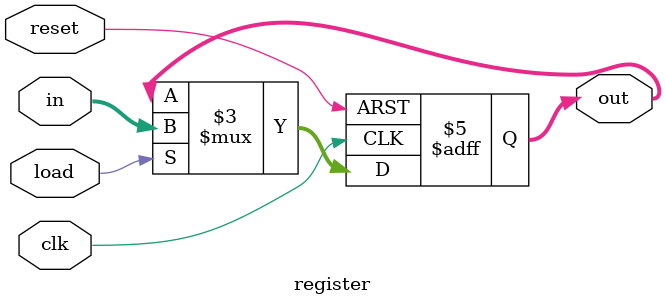
<source format=v>
/*
 *  Copyright (C) 2018  Siddharth J <www.siddharth.pro>
 *
 *  Permission to use, copy, modify, and/or distribute this software for any
 *  purpose with or without fee is hereby granted, provided that the above
 *  copyright notice and this permission notice appear in all copies.
 *
 *  THE SOFTWARE IS PROVIDED "AS IS" AND THE AUTHOR DISCLAIMS ALL WARRANTIES
 *  WITH REGARD TO THIS SOFTWARE INCLUDING ALL IMPLIED WARRANTIES OF
 *  MERCHANTABILITY AND FITNESS. IN NO EVENT SHALL THE AUTHOR BE LIABLE FOR
 *  ANY SPECIAL, DIRECT, INDIRECT, OR CONSEQUENTIAL DAMAGES OR ANY DAMAGES
 *  WHATSOEVER RESULTING FROM LOSS OF USE, DATA OR PROFITS, WHETHER IN AN
 *  ACTION OF CONTRACT, NEGLIGENCE OR OTHER TORTIOUS ACTION, ARISING OUT OF
 *  OR IN CONNECTION WITH THE USE OR PERFORMANCE OF THIS SOFTWARE.
 *
 */
`include "defines.v"

module register(clk,reset,in,load,out);
   
 input clk,reset;
 input [7:0] in;
 input load;
 
 output [7:0] out;
 
 reg [7:0] out;
 
 always @(posedge clk,posedge reset)
 begin
 if(reset)
 out <= 0;
 else if(load)
 out <= in;
 else
 out <= out;
 end

endmodule

</source>
